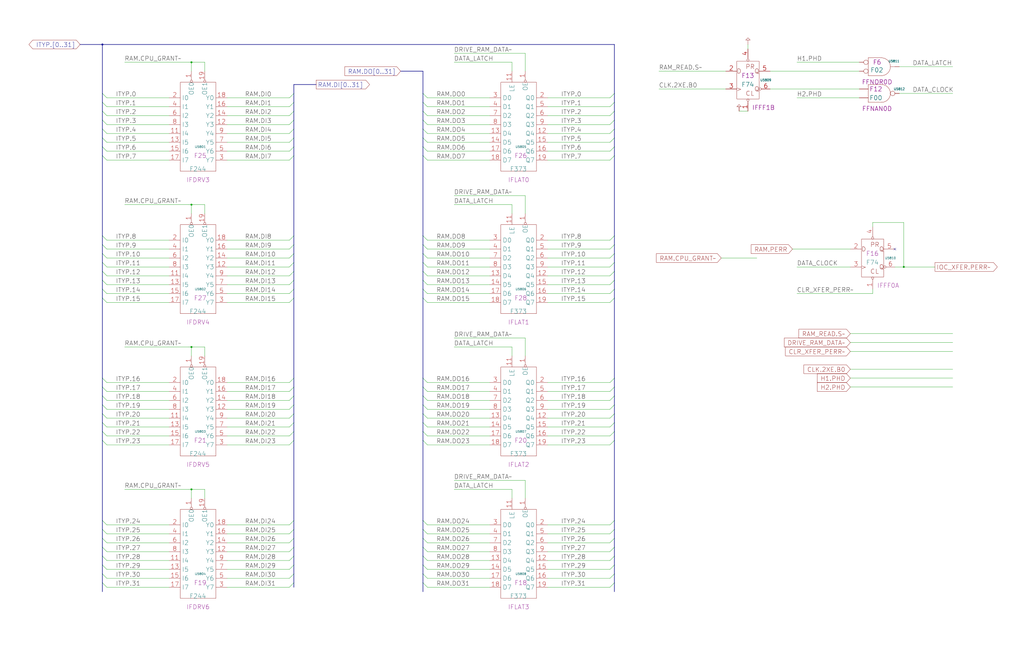
<source format=kicad_sch>
(kicad_sch (version 20250114) (generator "eeschema") (generator_version "9.0")
  (paper "User" 584.2 378.46)
  (title_block (title "RAM INTERFACE\\nDATA PATHS") (date "22-SEP-90") (rev "2.0") (comment 1 "IOC") (comment 2 "232-003061") (comment 3 "S400") (comment 4 "RELEASED"))
  (lib_symbols
    (symbol "r1000:F00" (pin_numbers (hide yes)) (pin_names (hide yes))
      (property "Reference" "U" (at 15.24 0 0))
      (property "Value" "F00" (at 1.905 -5.08 0))
      (property "Location" "___" (at 1.905 0 0))
      (property "Name" "______" (at 2.54 -12.7 0))
      (symbol "F00_0_1"
        (polyline (pts (xy -2.54 2.54) (xy -2.54 -7.62)) (stroke (width 0.1524)))
        (polyline (pts (xy -2.54 2.54) (xy 5.08 2.54)) (stroke (width 0.1524)))
        (polyline (pts (xy -2.54 -7.62) (xy 5.08 -7.62)) (stroke (width 0.1524)))
        (arc (start 5.08 2.54) (mid 10.1281 -2.54) (end 5.08 -7.62) (stroke (width 0.1524)))
        (circle (center 11.43 -2.54) (radius 1.27) (stroke (width 0.1524)))
      )
      (symbol "F00_0_2"
        (arc (start -3.175 2.54) (mid -2.134 -2.54) (end -3.175 -7.62) (stroke (width 0.1524)))
        (circle (center -3.81 0) (radius 1.27) (stroke (width 0.1524)))
        (circle (center -3.81 -5.08) (radius 1.27) (stroke (width 0.1524)))
        (polyline (pts (xy -3.175 2.54) (xy 3.81 2.54)) (stroke (width 0.1524)))
        (polyline (pts (xy -3.175 -7.62) (xy 3.81 -7.62)) (stroke (width 0.1524)))
        (arc (start 3.81 2.54) (mid 7.5828 0.7472) (end 10.16 -2.54) (stroke (width 0.1524)))
        (arc (start 10.16 -2.54) (mid 7.5855 -5.8306) (end 3.81 -7.62) (stroke (width 0.1524)))
      )
      (symbol "F00_1_1"
        (pin input line (at -7.62 0 0) (length 5.08) (name "D0") (number "1"))
        (pin input line (at -7.62 -5.08 0) (length 5.08) (name "D1") (number "2"))
        (pin output line (at 15.24 -2.54 180) (length 2.54) (name "Q") (number "3"))
      )
      (symbol "F00_1_2"
        (pin input line (at -7.62 0 0) (length 2.54) (name "D0") (number "1"))
        (pin input line (at -7.62 -5.08 0) (length 2.54) (name "D1") (number "2"))
        (pin output line (at 15.24 -2.54 180) (length 5.08) (name "Q") (number "3"))
      )
    )
    (symbol "r1000:F02" (pin_numbers (hide yes)) (pin_names (hide yes))
      (property "Reference" "U" (at 12.16 0.635 0))
      (property "Value" "F02" (at -1.27 -4.445 0))
      (property "Location" "___" (at 2.54 0 0))
      (property "Name" "______" (at 2.54 -12.7 0))
      (symbol "F02_0_1"
        (arc (start -3.81 2.54) (mid -2.9847 -2.54) (end -3.81 -7.62) (stroke (width 0.1524)))
        (polyline (pts (xy -5.08 0) (xy -3.175 0)) (stroke (width 0.1524)))
        (polyline (pts (xy -5.08 -5.08) (xy -3.175 -5.08)) (stroke (width 0.1524)))
        (polyline (pts (xy -3.81 2.54) (xy 2.54 2.54)) (stroke (width 0.1524)))
        (polyline (pts (xy -3.81 -7.62) (xy 2.54 -7.62)) (stroke (width 0.1524)))
        (arc (start 2.54 2.54) (mid 6.9477 0.8966) (end 10.16 -2.54) (stroke (width 0.1524)))
        (arc (start 10.16 -2.54) (mid 6.9515 -5.9823) (end 2.54 -7.62) (stroke (width 0.1524)))
        (circle (center 11.43 -2.54) (radius 1.27) (stroke (width 0.1524)))
        (polyline (pts (xy 13.97 -2.54) (xy 12.7 -2.54)) (stroke (width 0.1524)))
      )
      (symbol "F02_0_2"
        (circle (center -3.81 0) (radius 1.27) (stroke (width 0.1524)))
        (circle (center -3.81 -5.08) (radius 1.27) (stroke (width 0.1524)))
        (polyline (pts (xy -2.54 2.54) (xy -2.54 -7.62)) (stroke (width 0.1524)))
        (polyline (pts (xy -2.54 2.54) (xy 5.08 2.54)) (stroke (width 0.1524)))
        (polyline (pts (xy -2.54 -7.62) (xy 5.08 -7.62)) (stroke (width 0.1524)))
        (arc (start 5.08 2.54) (mid 10.1281 -2.54) (end 5.08 -7.62) (stroke (width 0.1524)))
        (polyline (pts (xy 11.43 -2.54) (xy 10.16 -2.54)) (stroke (width 0.1524)))
        (polyline (pts (xy 11.43 -2.54) (xy 12.7 -2.54)) (stroke (width 0.1524)))
      )
      (symbol "F02_1_1"
        (pin input line (at -7.62 0 0) (length 2.54) (name "D0") (number "1"))
        (pin input line (at -7.62 -5.08 0) (length 2.54) (name "D1") (number "2"))
        (pin output line (at 15.24 -2.54 180) (length 1.27) (name "Q") (number "3"))
      )
      (symbol "F02_1_2"
        (pin input line (at -7.62 0 0) (length 2.54) (name "D0") (number "1"))
        (pin input line (at -7.62 -5.08 0) (length 2.54) (name "D1") (number "2"))
        (pin output line (at 15.24 -2.54 180) (length 2.54) (name "Q") (number "3"))
      )
    )
    (symbol "r1000:F244" (pin_names (offset 1.016))
      (property "Reference" "U" (at 2.54 5.08 0))
      (property "Value" "F244" (at -3.81 -7.62 0))
      (property "Location" "___" (at -1.27 0 0))
      (property "Name" "______" (at 1.27 -15.24 0))
      (symbol "F244_1_1"
        (rectangle (start -8.89 41.91) (end 11.43 -8.89))
        (circle (center -2.54 42.545) (radius 0.635))
        (circle (center 5.08 42.545) (radius 0.635))
        (pin input line (at -15.24 33.02 0) (length 6.35) (name "I0") (number "2"))
        (pin input line (at -15.24 27.94 0) (length 6.35) (name "I1") (number "4"))
        (pin input line (at -15.24 22.86 0) (length 6.35) (name "I2") (number "6"))
        (pin input line (at -15.24 17.78 0) (length 6.35) (name "I3") (number "8"))
        (pin input line (at -15.24 12.7 0) (length 6.35) (name "I4") (number "11"))
        (pin input line (at -15.24 7.62 0) (length 6.35) (name "I5") (number "13"))
        (pin input line (at -15.24 2.54 0) (length 6.35) (name "I6") (number "15"))
        (pin input line (at -15.24 -2.54 0) (length 6.35) (name "I7") (number "17"))
        (pin input line (at -2.54 48.26 270) (length 5.08) (name "OE0") (number "1"))
        (pin input line (at 5.08 48.26 270) (length 5.08) (name "OE1") (number "19"))
        (pin tri_state line (at 17.78 33.02 180) (length 6.35) (name "Y0") (number "18"))
        (pin tri_state line (at 17.78 27.94 180) (length 6.35) (name "Y1") (number "16"))
        (pin tri_state line (at 17.78 22.86 180) (length 6.35) (name "Y2") (number "14"))
        (pin tri_state line (at 17.78 17.78 180) (length 6.35) (name "Y3") (number "12"))
        (pin tri_state line (at 17.78 12.7 180) (length 6.35) (name "Y4") (number "9"))
        (pin tri_state line (at 17.78 7.62 180) (length 6.35) (name "Y5") (number "7"))
        (pin tri_state line (at 17.78 2.54 180) (length 6.35) (name "Y6") (number "5"))
        (pin tri_state line (at 17.78 -2.54 180) (length 6.35) (name "Y7") (number "3"))
      )
    )
    (symbol "r1000:F373" (pin_names (offset 1.016))
      (property "Reference" "U" (at 2.54 5.08 0))
      (property "Value" "F373" (at -3.81 -7.62 0))
      (property "Location" "___" (at -1.27 0 0))
      (property "Name" "______" (at 1.27 -15.24 0))
      (symbol "F373_1_1"
        (rectangle (start -8.89 41.91) (end 11.43 -8.89))
        (circle (center 5.08 42.545) (radius 0.635))
        (pin input line (at -15.24 33.02 0) (length 6.35) (name "D0") (number "3"))
        (pin input line (at -15.24 27.94 0) (length 6.35) (name "D1") (number "4"))
        (pin input line (at -15.24 22.86 0) (length 6.35) (name "D2") (number "7"))
        (pin input line (at -15.24 17.78 0) (length 6.35) (name "D3") (number "8"))
        (pin input line (at -15.24 12.7 0) (length 6.35) (name "D4") (number "13"))
        (pin input line (at -15.24 7.62 0) (length 6.35) (name "D5") (number "14"))
        (pin input line (at -15.24 2.54 0) (length 6.35) (name "D6") (number "17"))
        (pin input line (at -15.24 -2.54 0) (length 6.35) (name "D7") (number "18"))
        (pin input line (at -2.54 48.26 270) (length 6.35) (name "LE") (number "11"))
        (pin input line (at 5.08 48.26 270) (length 5.08) (name "OE") (number "1"))
        (pin tri_state line (at 17.78 33.02 180) (length 6.35) (name "Q0") (number "2"))
        (pin tri_state line (at 17.78 27.94 180) (length 6.35) (name "Q1") (number "5"))
        (pin tri_state line (at 17.78 22.86 180) (length 6.35) (name "Q2") (number "6"))
        (pin tri_state line (at 17.78 17.78 180) (length 6.35) (name "Q3") (number "9"))
        (pin tri_state line (at 17.78 12.7 180) (length 6.35) (name "Q4") (number "12"))
        (pin tri_state line (at 17.78 7.62 180) (length 6.35) (name "Q5") (number "15"))
        (pin tri_state line (at 17.78 2.54 180) (length 6.35) (name "Q6") (number "16"))
        (pin tri_state line (at 17.78 -2.54 180) (length 6.35) (name "Q7") (number "19"))
      )
    )
    (symbol "r1000:F74" (pin_names (offset 1.016) (hide yes))
      (property "Reference" "U" (at 12.7 -2.54 0))
      (property "Value" "F74" (at -1.27 -5.08 0))
      (property "Location" "___" (at -1.27 0 0))
      (property "Name" "______" (at 11.43 -19.685 0))
      (symbol "F74_0_1"
        (rectangle (start -3.81 8.255) (end 8.89 -13.335) (stroke (width 0.1524)))
        (polyline (pts (xy 2.54 10.16) (xy 2.54 9.525)) (stroke (width 0.1524)))
        (polyline (pts (xy 2.54 -15.24) (xy 2.54 -14.605)) (stroke (width 0.1524)))
      )
      (symbol "F74_1_1"
        (circle (center 2.54 8.89) (radius 0.635))
        (circle (center 2.54 -13.97) (radius 0.635))
        (circle (center 9.525 -7.62) (radius 0.635))
        (text "D" (at -2.54 2.54 0) (effects (font (size 2.54 2.54))))
        (text ">" (at -2.54 -7.62 0) (effects (font (size 2.54 2.54))))
        (text "P" (at 2.54 5.08 0) (effects (font (size 2.54 2.54))))
        (text "C" (at 2.54 -10.16 0) (effects (font (size 2.54 2.54))))
        (text "R" (at 5.08 5.08 0) (effects (font (size 2.54 2.54))))
        (text "L" (at 5.08 -10.16 0) (effects (font (size 2.54 2.54))))
        (text "Q" (at 7.62 2.54 0) (effects (font (size 2.54 2.54))))
        (text "Q" (at 7.62 -7.62 0) (effects (font (size 2.54 2.54))))
        (pin input line (at -10.16 2.54 0) (length 6.35) (name "D") (number "2"))
        (pin input line (at -10.16 -7.62 0) (length 6.35) (name "CLK") (number "3"))
        (pin input line (at 2.54 15.24 270) (length 5.08) (name "PR_") (number "4"))
        (pin input line (at 2.54 -20.32 90) (length 5.08) (name "CL_") (number "1"))
        (pin output line (at 15.24 2.54 180) (length 6.35) (name "Q") (number "5"))
        (pin output line (at 15.24 -7.62 180) (length 5.08) (name "Q_") (number "6"))
      )
    )
    (symbol "r1000:PU" (power) (pin_numbers (hide yes)) (pin_names (hide yes))
      (symbol "PU_0_1"
        (polyline (pts (xy 0 2.54) (xy -1.27 2.54) (xy 0 3.81) (xy 1.27 2.54) (xy 0 2.54)) (stroke (width 0.1524)))
      )
      (symbol "PU_1_1"
        (pin power_in line (at 0 0 90) (length 2.54) (name "PU") (number "1"))
      )
    )
  )
  (junction (at 58.42 25.4))
  (junction (at 109.22 116.84))
  (junction (at 515.62 152.4))
  (junction (at 109.22 198.12))
  (junction (at 109.22 35.56))
  (junction (at 109.22 279.4))
  (no_connect (at 510.54 142.24))
  (bus_entry (at 241.3 226.06) (size 2.54 2.54))
  (bus_entry (at 58.42 231.14) (size 2.54 2.54))
  (bus_entry (at 350.52 154.94) (size -2.54 2.54))
  (bus_entry (at 167.64 78.74) (size -2.54 2.54))
  (bus_entry (at 350.52 220.98) (size -2.54 2.54))
  (bus_entry (at 167.64 327.66) (size -2.54 2.54))
  (bus_entry (at 58.42 139.7) (size 2.54 2.54))
  (bus_entry (at 241.3 139.7) (size 2.54 2.54))
  (bus_entry (at 58.42 322.58) (size 2.54 2.54))
  (bus_entry (at 241.3 154.94) (size 2.54 2.54))
  (bus_entry (at 350.52 58.42) (size -2.54 2.54))
  (bus_entry (at 241.3 332.74) (size 2.54 2.54))
  (bus_entry (at 350.52 68.58) (size -2.54 2.54))
  (bus_entry (at 241.3 83.82) (size 2.54 2.54))
  (bus_entry (at 350.52 160.02) (size -2.54 2.54))
  (bus_entry (at 58.42 307.34) (size 2.54 2.54))
  (bus_entry (at 241.3 312.42) (size 2.54 2.54))
  (bus_entry (at 167.64 154.94) (size -2.54 2.54))
  (bus_entry (at 241.3 246.38) (size 2.54 2.54))
  (bus_entry (at 350.52 139.7) (size -2.54 2.54))
  (bus_entry (at 167.64 322.58) (size -2.54 2.54))
  (bus_entry (at 241.3 78.74) (size 2.54 2.54))
  (bus_entry (at 58.42 226.06) (size 2.54 2.54))
  (bus_entry (at 350.52 83.82) (size -2.54 2.54))
  (bus_entry (at 241.3 165.1) (size 2.54 2.54))
  (bus_entry (at 167.64 139.7) (size -2.54 2.54))
  (bus_entry (at 58.42 246.38) (size 2.54 2.54))
  (bus_entry (at 350.52 73.66) (size -2.54 2.54))
  (bus_entry (at 58.42 58.42) (size 2.54 2.54))
  (bus_entry (at 350.52 327.66) (size -2.54 2.54))
  (bus_entry (at 241.3 144.78) (size 2.54 2.54))
  (bus_entry (at 350.52 302.26) (size -2.54 2.54))
  (bus_entry (at 241.3 327.66) (size 2.54 2.54))
  (bus_entry (at 58.42 154.94) (size 2.54 2.54))
  (bus_entry (at 350.52 170.18) (size -2.54 2.54))
  (bus_entry (at 350.52 226.06) (size -2.54 2.54))
  (bus_entry (at 167.64 312.42) (size -2.54 2.54))
  (bus_entry (at 167.64 149.86) (size -2.54 2.54))
  (bus_entry (at 58.42 160.02) (size 2.54 2.54))
  (bus_entry (at 241.3 53.34) (size 2.54 2.54))
  (bus_entry (at 350.52 215.9) (size -2.54 2.54))
  (bus_entry (at 58.42 215.9) (size 2.54 2.54))
  (bus_entry (at 350.52 297.18) (size -2.54 2.54))
  (bus_entry (at 350.52 322.58) (size -2.54 2.54))
  (bus_entry (at 58.42 83.82) (size 2.54 2.54))
  (bus_entry (at 167.64 88.9) (size -2.54 2.54))
  (bus_entry (at 167.64 231.14) (size -2.54 2.54))
  (bus_entry (at 241.3 317.5) (size 2.54 2.54))
  (bus_entry (at 58.42 302.26) (size 2.54 2.54))
  (bus_entry (at 167.64 241.3) (size -2.54 2.54))
  (bus_entry (at 241.3 251.46) (size 2.54 2.54))
  (bus_entry (at 350.52 236.22) (size -2.54 2.54))
  (bus_entry (at 350.52 165.1) (size -2.54 2.54))
  (bus_entry (at 167.64 220.98) (size -2.54 2.54))
  (bus_entry (at 350.52 317.5) (size -2.54 2.54))
  (bus_entry (at 241.3 297.18) (size 2.54 2.54))
  (bus_entry (at 167.64 317.5) (size -2.54 2.54))
  (bus_entry (at 58.42 53.34) (size 2.54 2.54))
  (bus_entry (at 241.3 220.98) (size 2.54 2.54))
  (bus_entry (at 241.3 149.86) (size 2.54 2.54))
  (bus_entry (at 58.42 220.98) (size 2.54 2.54))
  (bus_entry (at 167.64 246.38) (size -2.54 2.54))
  (bus_entry (at 350.52 78.74) (size -2.54 2.54))
  (bus_entry (at 167.64 251.46) (size -2.54 2.54))
  (bus_entry (at 350.52 312.42) (size -2.54 2.54))
  (bus_entry (at 167.64 73.66) (size -2.54 2.54))
  (bus_entry (at 167.64 165.1) (size -2.54 2.54))
  (bus_entry (at 58.42 312.42) (size 2.54 2.54))
  (bus_entry (at 241.3 241.3) (size 2.54 2.54))
  (bus_entry (at 350.52 88.9) (size -2.54 2.54))
  (bus_entry (at 241.3 236.22) (size 2.54 2.54))
  (bus_entry (at 58.42 165.1) (size 2.54 2.54))
  (bus_entry (at 241.3 68.58) (size 2.54 2.54))
  (bus_entry (at 241.3 215.9) (size 2.54 2.54))
  (bus_entry (at 58.42 236.22) (size 2.54 2.54))
  (bus_entry (at 167.64 53.34) (size -2.54 2.54))
  (bus_entry (at 167.64 307.34) (size -2.54 2.54))
  (bus_entry (at 350.52 144.78) (size -2.54 2.54))
  (bus_entry (at 167.64 68.58) (size -2.54 2.54))
  (bus_entry (at 350.52 63.5) (size -2.54 2.54))
  (bus_entry (at 241.3 88.9) (size 2.54 2.54))
  (bus_entry (at 241.3 302.26) (size 2.54 2.54))
  (bus_entry (at 58.42 144.78) (size 2.54 2.54))
  (bus_entry (at 167.64 236.22) (size -2.54 2.54))
  (bus_entry (at 350.52 241.3) (size -2.54 2.54))
  (bus_entry (at 350.52 307.34) (size -2.54 2.54))
  (bus_entry (at 241.3 231.14) (size 2.54 2.54))
  (bus_entry (at 58.42 297.18) (size 2.54 2.54))
  (bus_entry (at 350.52 251.46) (size -2.54 2.54))
  (bus_entry (at 241.3 73.66) (size 2.54 2.54))
  (bus_entry (at 58.42 251.46) (size 2.54 2.54))
  (bus_entry (at 58.42 78.74) (size 2.54 2.54))
  (bus_entry (at 350.52 149.86) (size -2.54 2.54))
  (bus_entry (at 58.42 149.86) (size 2.54 2.54))
  (bus_entry (at 350.52 332.74) (size -2.54 2.54))
  (bus_entry (at 241.3 63.5) (size 2.54 2.54))
  (bus_entry (at 167.64 160.02) (size -2.54 2.54))
  (bus_entry (at 167.64 63.5) (size -2.54 2.54))
  (bus_entry (at 58.42 241.3) (size 2.54 2.54))
  (bus_entry (at 241.3 307.34) (size 2.54 2.54))
  (bus_entry (at 167.64 226.06) (size -2.54 2.54))
  (bus_entry (at 241.3 322.58) (size 2.54 2.54))
  (bus_entry (at 350.52 231.14) (size -2.54 2.54))
  (bus_entry (at 167.64 83.82) (size -2.54 2.54))
  (bus_entry (at 58.42 73.66) (size 2.54 2.54))
  (bus_entry (at 167.64 58.42) (size -2.54 2.54))
  (bus_entry (at 58.42 88.9) (size 2.54 2.54))
  (bus_entry (at 167.64 297.18) (size -2.54 2.54))
  (bus_entry (at 58.42 63.5) (size 2.54 2.54))
  (bus_entry (at 58.42 170.18) (size 2.54 2.54))
  (bus_entry (at 58.42 134.62) (size 2.54 2.54))
  (bus_entry (at 167.64 170.18) (size -2.54 2.54))
  (bus_entry (at 167.64 144.78) (size -2.54 2.54))
  (bus_entry (at 350.52 134.62) (size -2.54 2.54))
  (bus_entry (at 241.3 58.42) (size 2.54 2.54))
  (bus_entry (at 167.64 134.62) (size -2.54 2.54))
  (bus_entry (at 241.3 160.02) (size 2.54 2.54))
  (bus_entry (at 241.3 134.62) (size 2.54 2.54))
  (bus_entry (at 241.3 170.18) (size 2.54 2.54))
  (bus_entry (at 167.64 215.9) (size -2.54 2.54))
  (bus_entry (at 350.52 246.38) (size -2.54 2.54))
  (bus_entry (at 58.42 317.5) (size 2.54 2.54))
  (bus_entry (at 350.52 53.34) (size -2.54 2.54))
  (bus_entry (at 58.42 332.74) (size 2.54 2.54))
  (bus_entry (at 167.64 302.26) (size -2.54 2.54))
  (bus_entry (at 167.64 332.74) (size -2.54 2.54))
  (bus_entry (at 58.42 327.66) (size 2.54 2.54))
  (bus_entry (at 58.42 68.58) (size 2.54 2.54))
  (wire (pts (xy 312.42 66.04) (xy 347.98 66.04)))
  (wire (pts (xy 259.08 111.76) (xy 299.72 111.76)))
  (wire (pts (xy 312.42 228.6) (xy 347.98 228.6)))
  (wire (pts (xy 312.42 172.72) (xy 347.98 172.72)))
  (bus (pts (xy 167.64 134.62) (xy 167.64 139.7)))
  (bus (pts (xy 167.64 73.66) (xy 167.64 78.74)))
  (wire (pts (xy 259.08 274.32) (xy 299.72 274.32)))
  (wire (pts (xy 60.96 60.96) (xy 96.52 60.96)))
  (wire (pts (xy 109.22 198.12) (xy 109.22 203.2)))
  (wire (pts (xy 129.54 218.44) (xy 165.1 218.44)))
  (wire (pts (xy 243.84 152.4) (xy 279.4 152.4)))
  (wire (pts (xy 243.84 81.28) (xy 279.4 81.28)))
  (wire (pts (xy 60.96 162.56) (xy 96.52 162.56)))
  (wire (pts (xy 312.42 137.16) (xy 347.98 137.16)))
  (bus (pts (xy 167.64 302.26) (xy 167.64 307.34)))
  (wire (pts (xy 243.84 248.92) (xy 279.4 248.92)))
  (bus (pts (xy 167.64 154.94) (xy 167.64 160.02)))
  (bus (pts (xy 58.42 170.18) (xy 58.42 215.9)))
  (bus (pts (xy 241.3 220.98) (xy 241.3 226.06)))
  (bus (pts (xy 241.3 40.64) (xy 241.3 53.34)))
  (wire (pts (xy 312.42 71.12) (xy 347.98 71.12)))
  (bus (pts (xy 167.64 63.5) (xy 167.64 68.58)))
  (bus (pts (xy 350.52 165.1) (xy 350.52 170.18)))
  (wire (pts (xy 71.12 116.84) (xy 109.22 116.84)))
  (wire (pts (xy 259.08 279.4) (xy 292.1 279.4)))
  (wire (pts (xy 129.54 330.2) (xy 165.1 330.2)))
  (bus (pts (xy 241.3 144.78) (xy 241.3 149.86)))
  (wire (pts (xy 439.42 50.8) (xy 490.22 50.8)))
  (wire (pts (xy 129.54 157.48) (xy 165.1 157.48)))
  (bus (pts (xy 167.64 332.74) (xy 167.64 335.28)))
  (bus (pts (xy 167.64 215.9) (xy 167.64 220.98)))
  (wire (pts (xy 116.84 40.64) (xy 116.84 35.56)))
  (wire (pts (xy 129.54 81.28) (xy 165.1 81.28)))
  (bus (pts (xy 58.42 160.02) (xy 58.42 165.1)))
  (bus (pts (xy 350.52 332.74) (xy 350.52 337.82)))
  (bus (pts (xy 350.52 251.46) (xy 350.52 297.18)))
  (bus (pts (xy 167.64 297.18) (xy 167.64 302.26)))
  (wire (pts (xy 60.96 248.92) (xy 96.52 248.92)))
  (wire (pts (xy 60.96 254) (xy 96.52 254)))
  (bus (pts (xy 241.3 312.42) (xy 241.3 317.5)))
  (wire (pts (xy 497.84 127) (xy 515.62 127)))
  (wire (pts (xy 312.42 314.96) (xy 347.98 314.96)))
  (bus (pts (xy 350.52 63.5) (xy 350.52 68.58)))
  (bus (pts (xy 350.52 226.06) (xy 350.52 231.14)))
  (wire (pts (xy 129.54 137.16) (xy 165.1 137.16)))
  (wire (pts (xy 312.42 162.56) (xy 347.98 162.56)))
  (bus (pts (xy 350.52 68.58) (xy 350.52 73.66)))
  (wire (pts (xy 243.84 60.96) (xy 279.4 60.96)))
  (wire (pts (xy 243.84 228.6) (xy 279.4 228.6)))
  (bus (pts (xy 58.42 251.46) (xy 58.42 297.18)))
  (wire (pts (xy 129.54 142.24) (xy 165.1 142.24)))
  (wire (pts (xy 109.22 279.4) (xy 116.84 279.4)))
  (bus (pts (xy 58.42 241.3) (xy 58.42 246.38)))
  (bus (pts (xy 350.52 134.62) (xy 350.52 139.7)))
  (bus (pts (xy 241.3 251.46) (xy 241.3 297.18)))
  (wire (pts (xy 243.84 320.04) (xy 279.4 320.04)))
  (bus (pts (xy 350.52 317.5) (xy 350.52 322.58)))
  (bus (pts (xy 241.3 68.58) (xy 241.3 73.66)))
  (bus (pts (xy 167.64 251.46) (xy 167.64 297.18)))
  (bus (pts (xy 241.3 226.06) (xy 241.3 231.14)))
  (bus (pts (xy 167.64 246.38) (xy 167.64 251.46)))
  (bus (pts (xy 58.42 154.94) (xy 58.42 160.02)))
  (wire (pts (xy 312.42 157.48) (xy 347.98 157.48)))
  (bus (pts (xy 350.52 241.3) (xy 350.52 246.38)))
  (wire (pts (xy 312.42 60.96) (xy 347.98 60.96)))
  (bus (pts (xy 241.3 297.18) (xy 241.3 302.26)))
  (wire (pts (xy 312.42 147.32) (xy 347.98 147.32)))
  (wire (pts (xy 452.12 142.24) (xy 485.14 142.24)))
  (wire (pts (xy 60.96 243.84) (xy 96.52 243.84)))
  (wire (pts (xy 116.84 121.92) (xy 116.84 116.84)))
  (wire (pts (xy 60.96 172.72) (xy 96.52 172.72)))
  (bus (pts (xy 167.64 307.34) (xy 167.64 312.42)))
  (wire (pts (xy 60.96 167.64) (xy 96.52 167.64)))
  (bus (pts (xy 58.42 83.82) (xy 58.42 88.9)))
  (bus (pts (xy 241.3 149.86) (xy 241.3 154.94)))
  (bus (pts (xy 58.42 246.38) (xy 58.42 251.46)))
  (wire (pts (xy 454.66 55.88) (xy 490.22 55.88)))
  (bus (pts (xy 58.42 297.18) (xy 58.42 302.26)))
  (bus (pts (xy 58.42 144.78) (xy 58.42 149.86)))
  (bus (pts (xy 167.64 48.26) (xy 180.34 48.26)))
  (bus (pts (xy 241.3 83.82) (xy 241.3 88.9)))
  (bus (pts (xy 350.52 149.86) (xy 350.52 154.94)))
  (bus (pts (xy 58.42 226.06) (xy 58.42 231.14)))
  (wire (pts (xy 129.54 228.6) (xy 165.1 228.6)))
  (wire (pts (xy 497.84 165.1) (xy 497.84 167.64)))
  (bus (pts (xy 350.52 215.9) (xy 350.52 220.98)))
  (bus (pts (xy 241.3 170.18) (xy 241.3 215.9)))
  (bus (pts (xy 167.64 83.82) (xy 167.64 88.9)))
  (wire (pts (xy 60.96 238.76) (xy 96.52 238.76)))
  (wire (pts (xy 485.14 220.98) (xy 543.56 220.98)))
  (wire (pts (xy 243.84 157.48) (xy 279.4 157.48)))
  (wire (pts (xy 312.42 335.28) (xy 347.98 335.28)))
  (wire (pts (xy 60.96 325.12) (xy 96.52 325.12)))
  (wire (pts (xy 60.96 137.16) (xy 96.52 137.16)))
  (bus (pts (xy 241.3 231.14) (xy 241.3 236.22)))
  (wire (pts (xy 243.84 66.04) (xy 279.4 66.04)))
  (bus (pts (xy 350.52 83.82) (xy 350.52 88.9)))
  (wire (pts (xy 485.14 210.82) (xy 543.56 210.82)))
  (wire (pts (xy 129.54 325.12) (xy 165.1 325.12)))
  (bus (pts (xy 167.64 226.06) (xy 167.64 231.14)))
  (wire (pts (xy 129.54 320.04) (xy 165.1 320.04)))
  (wire (pts (xy 129.54 66.04) (xy 165.1 66.04)))
  (bus (pts (xy 350.52 160.02) (xy 350.52 165.1)))
  (bus (pts (xy 350.52 144.78) (xy 350.52 149.86)))
  (wire (pts (xy 129.54 172.72) (xy 165.1 172.72)))
  (wire (pts (xy 109.22 35.56) (xy 109.22 40.64)))
  (bus (pts (xy 167.64 88.9) (xy 167.64 134.62)))
  (wire (pts (xy 243.84 243.84) (xy 279.4 243.84)))
  (bus (pts (xy 241.3 63.5) (xy 241.3 68.58)))
  (bus (pts (xy 58.42 327.66) (xy 58.42 332.74)))
  (wire (pts (xy 312.42 91.44) (xy 347.98 91.44)))
  (wire (pts (xy 243.84 223.52) (xy 279.4 223.52)))
  (bus (pts (xy 241.3 322.58) (xy 241.3 327.66)))
  (bus (pts (xy 350.52 231.14) (xy 350.52 236.22)))
  (wire (pts (xy 259.08 30.48) (xy 299.72 30.48)))
  (wire (pts (xy 375.92 50.8) (xy 414.02 50.8)))
  (wire (pts (xy 312.42 309.88) (xy 347.98 309.88)))
  (bus (pts (xy 350.52 322.58) (xy 350.52 327.66)))
  (wire (pts (xy 243.84 71.12) (xy 279.4 71.12)))
  (bus (pts (xy 167.64 53.34) (xy 167.64 58.42)))
  (wire (pts (xy 116.84 203.2) (xy 116.84 198.12)))
  (wire (pts (xy 299.72 40.64) (xy 299.72 30.48)))
  (bus (pts (xy 167.64 139.7) (xy 167.64 144.78)))
  (wire (pts (xy 129.54 304.8) (xy 165.1 304.8)))
  (bus (pts (xy 58.42 25.4) (xy 58.42 53.34)))
  (wire (pts (xy 375.92 40.64) (xy 414.02 40.64)))
  (bus (pts (xy 167.64 68.58) (xy 167.64 73.66)))
  (wire (pts (xy 129.54 86.36) (xy 165.1 86.36)))
  (bus (pts (xy 350.52 236.22) (xy 350.52 241.3)))
  (wire (pts (xy 259.08 116.84) (xy 292.1 116.84)))
  (bus (pts (xy 58.42 58.42) (xy 58.42 63.5)))
  (wire (pts (xy 312.42 81.28) (xy 347.98 81.28)))
  (bus (pts (xy 58.42 139.7) (xy 58.42 144.78)))
  (wire (pts (xy 312.42 76.2) (xy 347.98 76.2)))
  (wire (pts (xy 129.54 335.28) (xy 165.1 335.28)))
  (wire (pts (xy 71.12 35.56) (xy 109.22 35.56)))
  (wire (pts (xy 312.42 320.04) (xy 347.98 320.04)))
  (wire (pts (xy 299.72 121.92) (xy 299.72 111.76)))
  (bus (pts (xy 58.42 307.34) (xy 58.42 312.42)))
  (bus (pts (xy 167.64 317.5) (xy 167.64 322.58)))
  (bus (pts (xy 350.52 88.9) (xy 350.52 134.62)))
  (bus (pts (xy 167.64 170.18) (xy 167.64 215.9)))
  (wire (pts (xy 129.54 233.68) (xy 165.1 233.68)))
  (bus (pts (xy 241.3 73.66) (xy 241.3 78.74)))
  (wire (pts (xy 129.54 243.84) (xy 165.1 243.84)))
  (wire (pts (xy 513.08 38.1) (xy 543.56 38.1)))
  (bus (pts (xy 167.64 144.78) (xy 167.64 149.86)))
  (wire (pts (xy 312.42 218.44) (xy 347.98 218.44)))
  (wire (pts (xy 243.84 325.12) (xy 279.4 325.12)))
  (bus (pts (xy 167.64 165.1) (xy 167.64 170.18)))
  (wire (pts (xy 243.84 254) (xy 279.4 254)))
  (bus (pts (xy 350.52 220.98) (xy 350.52 226.06)))
  (wire (pts (xy 454.66 152.4) (xy 485.14 152.4)))
  (wire (pts (xy 129.54 314.96) (xy 165.1 314.96)))
  (bus (pts (xy 350.52 25.4) (xy 58.42 25.4)))
  (bus (pts (xy 58.42 220.98) (xy 58.42 226.06)))
  (wire (pts (xy 129.54 309.88) (xy 165.1 309.88)))
  (wire (pts (xy 129.54 76.2) (xy 165.1 76.2)))
  (bus (pts (xy 167.64 241.3) (xy 167.64 246.38)))
  (wire (pts (xy 312.42 142.24) (xy 347.98 142.24)))
  (wire (pts (xy 292.1 203.2) (xy 292.1 198.12)))
  (bus (pts (xy 241.3 332.74) (xy 241.3 337.82)))
  (bus (pts (xy 167.64 236.22) (xy 167.64 241.3)))
  (wire (pts (xy 243.84 218.44) (xy 279.4 218.44)))
  (wire (pts (xy 60.96 91.44) (xy 96.52 91.44)))
  (wire (pts (xy 259.08 35.56) (xy 292.1 35.56)))
  (wire (pts (xy 243.84 238.76) (xy 279.4 238.76)))
  (wire (pts (xy 60.96 86.36) (xy 96.52 86.36)))
  (wire (pts (xy 454.66 167.64) (xy 497.84 167.64)))
  (wire (pts (xy 129.54 223.52) (xy 165.1 223.52)))
  (bus (pts (xy 167.64 160.02) (xy 167.64 165.1)))
  (bus (pts (xy 350.52 73.66) (xy 350.52 78.74)))
  (wire (pts (xy 71.12 198.12) (xy 109.22 198.12)))
  (bus (pts (xy 241.3 307.34) (xy 241.3 312.42)))
  (wire (pts (xy 515.62 127) (xy 515.62 152.4)))
  (wire (pts (xy 129.54 299.72) (xy 165.1 299.72)))
  (wire (pts (xy 60.96 66.04) (xy 96.52 66.04)))
  (bus (pts (xy 350.52 170.18) (xy 350.52 215.9)))
  (bus (pts (xy 241.3 160.02) (xy 241.3 165.1)))
  (wire (pts (xy 60.96 233.68) (xy 96.52 233.68)))
  (wire (pts (xy 292.1 40.64) (xy 292.1 35.56)))
  (wire (pts (xy 513.08 53.34) (xy 543.56 53.34)))
  (wire (pts (xy 129.54 91.44) (xy 165.1 91.44)))
  (wire (pts (xy 243.84 86.36) (xy 279.4 86.36)))
  (wire (pts (xy 485.14 200.66) (xy 543.56 200.66)))
  (wire (pts (xy 109.22 35.56) (xy 116.84 35.56)))
  (wire (pts (xy 109.22 116.84) (xy 116.84 116.84)))
  (bus (pts (xy 58.42 322.58) (xy 58.42 327.66)))
  (bus (pts (xy 241.3 78.74) (xy 241.3 83.82)))
  (bus (pts (xy 350.52 307.34) (xy 350.52 312.42)))
  (bus (pts (xy 241.3 165.1) (xy 241.3 170.18)))
  (wire (pts (xy 515.62 152.4) (xy 533.4 152.4)))
  (bus (pts (xy 350.52 25.4) (xy 350.52 53.34)))
  (wire (pts (xy 60.96 142.24) (xy 96.52 142.24)))
  (wire (pts (xy 109.22 198.12) (xy 116.84 198.12)))
  (wire (pts (xy 60.96 76.2) (xy 96.52 76.2)))
  (wire (pts (xy 243.84 233.68) (xy 279.4 233.68)))
  (wire (pts (xy 497.84 129.54) (xy 497.84 127)))
  (wire (pts (xy 312.42 167.64) (xy 347.98 167.64)))
  (bus (pts (xy 58.42 88.9) (xy 58.42 134.62)))
  (wire (pts (xy 243.84 55.88) (xy 279.4 55.88)))
  (wire (pts (xy 485.14 195.58) (xy 543.56 195.58)))
  (wire (pts (xy 312.42 325.12) (xy 347.98 325.12)))
  (wire (pts (xy 116.84 284.48) (xy 116.84 279.4)))
  (wire (pts (xy 312.42 254) (xy 347.98 254)))
  (bus (pts (xy 241.3 154.94) (xy 241.3 160.02)))
  (wire (pts (xy 243.84 167.64) (xy 279.4 167.64)))
  (wire (pts (xy 312.42 299.72) (xy 347.98 299.72)))
  (wire (pts (xy 312.42 248.92) (xy 347.98 248.92)))
  (bus (pts (xy 350.52 154.94) (xy 350.52 160.02)))
  (wire (pts (xy 411.48 147.32) (xy 431.8 147.32)))
  (wire (pts (xy 312.42 243.84) (xy 347.98 243.84)))
  (wire (pts (xy 60.96 228.6) (xy 96.52 228.6)))
  (wire (pts (xy 60.96 314.96) (xy 96.52 314.96)))
  (wire (pts (xy 71.12 279.4) (xy 109.22 279.4)))
  (bus (pts (xy 241.3 241.3) (xy 241.3 246.38)))
  (wire (pts (xy 60.96 223.52) (xy 96.52 223.52)))
  (bus (pts (xy 167.64 231.14) (xy 167.64 236.22)))
  (wire (pts (xy 312.42 55.88) (xy 347.98 55.88)))
  (wire (pts (xy 299.72 203.2) (xy 299.72 193.04)))
  (wire (pts (xy 60.96 320.04) (xy 96.52 320.04)))
  (bus (pts (xy 167.64 78.74) (xy 167.64 83.82)))
  (wire (pts (xy 60.96 335.28) (xy 96.52 335.28)))
  (bus (pts (xy 241.3 236.22) (xy 241.3 241.3)))
  (bus (pts (xy 167.64 312.42) (xy 167.64 317.5)))
  (wire (pts (xy 454.66 35.56) (xy 490.22 35.56)))
  (wire (pts (xy 243.84 299.72) (xy 279.4 299.72)))
  (wire (pts (xy 60.96 304.8) (xy 96.52 304.8)))
  (wire (pts (xy 243.84 76.2) (xy 279.4 76.2)))
  (wire (pts (xy 299.72 284.48) (xy 299.72 274.32)))
  (bus (pts (xy 58.42 73.66) (xy 58.42 78.74)))
  (wire (pts (xy 129.54 152.4) (xy 165.1 152.4)))
  (bus (pts (xy 58.42 165.1) (xy 58.42 170.18)))
  (bus (pts (xy 241.3 88.9) (xy 241.3 134.62)))
  (bus (pts (xy 350.52 53.34) (xy 350.52 58.42)))
  (wire (pts (xy 243.84 162.56) (xy 279.4 162.56)))
  (bus (pts (xy 58.42 149.86) (xy 58.42 154.94)))
  (wire (pts (xy 312.42 330.2) (xy 347.98 330.2)))
  (wire (pts (xy 312.42 86.36) (xy 347.98 86.36)))
  (bus (pts (xy 241.3 134.62) (xy 241.3 139.7)))
  (wire (pts (xy 243.84 147.32) (xy 279.4 147.32)))
  (bus (pts (xy 241.3 327.66) (xy 241.3 332.74)))
  (bus (pts (xy 58.42 236.22) (xy 58.42 241.3)))
  (bus (pts (xy 58.42 63.5) (xy 58.42 68.58)))
  (bus (pts (xy 350.52 246.38) (xy 350.52 251.46)))
  (bus (pts (xy 241.3 139.7) (xy 241.3 144.78)))
  (wire (pts (xy 259.08 193.04) (xy 299.72 193.04)))
  (bus (pts (xy 58.42 53.34) (xy 58.42 58.42)))
  (wire (pts (xy 259.08 198.12) (xy 292.1 198.12)))
  (bus (pts (xy 350.52 139.7) (xy 350.52 144.78)))
  (wire (pts (xy 292.1 284.48) (xy 292.1 279.4)))
  (wire (pts (xy 243.84 137.16) (xy 279.4 137.16)))
  (wire (pts (xy 60.96 330.2) (xy 96.52 330.2)))
  (wire (pts (xy 485.14 190.5) (xy 543.56 190.5)))
  (bus (pts (xy 167.64 48.26) (xy 167.64 53.34)))
  (wire (pts (xy 60.96 147.32) (xy 96.52 147.32)))
  (wire (pts (xy 312.42 152.4) (xy 347.98 152.4)))
  (wire (pts (xy 243.84 304.8) (xy 279.4 304.8)))
  (wire (pts (xy 243.84 314.96) (xy 279.4 314.96)))
  (bus (pts (xy 167.64 322.58) (xy 167.64 327.66)))
  (wire (pts (xy 129.54 248.92) (xy 165.1 248.92)))
  (wire (pts (xy 243.84 172.72) (xy 279.4 172.72)))
  (bus (pts (xy 58.42 317.5) (xy 58.42 322.58)))
  (bus (pts (xy 350.52 327.66) (xy 350.52 332.74)))
  (bus (pts (xy 241.3 40.64) (xy 228.6 40.64)))
  (wire (pts (xy 60.96 55.88) (xy 96.52 55.88)))
  (wire (pts (xy 129.54 71.12) (xy 165.1 71.12)))
  (wire (pts (xy 243.84 91.44) (xy 279.4 91.44)))
  (wire (pts (xy 292.1 121.92) (xy 292.1 116.84)))
  (wire (pts (xy 312.42 223.52) (xy 347.98 223.52)))
  (wire (pts (xy 60.96 157.48) (xy 96.52 157.48)))
  (bus (pts (xy 241.3 317.5) (xy 241.3 322.58)))
  (wire (pts (xy 109.22 116.84) (xy 109.22 121.92)))
  (bus (pts (xy 241.3 246.38) (xy 241.3 251.46)))
  (bus (pts (xy 350.52 58.42) (xy 350.52 63.5)))
  (wire (pts (xy 60.96 218.44) (xy 96.52 218.44)))
  (bus (pts (xy 241.3 58.42) (xy 241.3 63.5)))
  (bus (pts (xy 45.72 25.4) (xy 58.42 25.4)))
  (bus (pts (xy 350.52 312.42) (xy 350.52 317.5)))
  (wire (pts (xy 60.96 81.28) (xy 96.52 81.28)))
  (wire (pts (xy 243.84 142.24) (xy 279.4 142.24)))
  (wire (pts (xy 129.54 167.64) (xy 165.1 167.64)))
  (wire (pts (xy 312.42 238.76) (xy 347.98 238.76)))
  (wire (pts (xy 129.54 162.56) (xy 165.1 162.56)))
  (wire (pts (xy 129.54 254) (xy 165.1 254)))
  (wire (pts (xy 60.96 309.88) (xy 96.52 309.88)))
  (bus (pts (xy 350.52 302.26) (xy 350.52 307.34)))
  (bus (pts (xy 58.42 215.9) (xy 58.42 220.98)))
  (wire (pts (xy 421.64 63.5) (xy 426.72 63.5)))
  (wire (pts (xy 60.96 71.12) (xy 96.52 71.12)))
  (bus (pts (xy 58.42 78.74) (xy 58.42 83.82)))
  (wire (pts (xy 129.54 60.96) (xy 165.1 60.96)))
  (bus (pts (xy 58.42 312.42) (xy 58.42 317.5)))
  (wire (pts (xy 510.54 152.4) (xy 515.62 152.4)))
  (bus (pts (xy 241.3 215.9) (xy 241.3 220.98)))
  (wire (pts (xy 485.14 215.9) (xy 543.56 215.9)))
  (wire (pts (xy 60.96 152.4) (xy 96.52 152.4)))
  (bus (pts (xy 350.52 78.74) (xy 350.52 83.82)))
  (wire (pts (xy 312.42 304.8) (xy 347.98 304.8)))
  (bus (pts (xy 167.64 58.42) (xy 167.64 63.5)))
  (bus (pts (xy 167.64 149.86) (xy 167.64 154.94)))
  (bus (pts (xy 167.64 220.98) (xy 167.64 226.06)))
  (bus (pts (xy 241.3 53.34) (xy 241.3 58.42)))
  (wire (pts (xy 129.54 55.88) (xy 165.1 55.88)))
  (wire (pts (xy 439.42 40.64) (xy 490.22 40.64)))
  (bus (pts (xy 58.42 332.74) (xy 58.42 337.82)))
  (wire (pts (xy 129.54 147.32) (xy 165.1 147.32)))
  (bus (pts (xy 350.52 297.18) (xy 350.52 302.26)))
  (wire (pts (xy 243.84 309.88) (xy 279.4 309.88)))
  (wire (pts (xy 243.84 330.2) (xy 279.4 330.2)))
  (bus (pts (xy 58.42 302.26) (xy 58.42 307.34)))
  (bus (pts (xy 58.42 134.62) (xy 58.42 139.7)))
  (bus (pts (xy 58.42 231.14) (xy 58.42 236.22)))
  (wire (pts (xy 312.42 233.68) (xy 347.98 233.68)))
  (bus (pts (xy 167.64 327.66) (xy 167.64 332.74)))
  (wire (pts (xy 243.84 335.28) (xy 279.4 335.28)))
  (wire (pts (xy 426.72 25.4) (xy 426.72 27.94)))
  (bus (pts (xy 241.3 302.26) (xy 241.3 307.34)))
  (bus (pts (xy 58.42 68.58) (xy 58.42 73.66)))
  (wire (pts (xy 60.96 299.72) (xy 96.52 299.72)))
  (wire (pts (xy 109.22 279.4) (xy 109.22 284.48)))
  (wire (pts (xy 129.54 238.76) (xy 165.1 238.76)))
  (label "RAM.DO29" (at 248.92 325.12 0) (effects (font (size 2.54 2.54))))
  (label "DATA_LATCH" (at 259.08 198.12 0) (effects (font (size 2.54 2.54))))
  (label "ITYP.1" (at 66.04 60.96 0) (effects (font (size 2.54 2.54))))
  (label "RAM.DO10" (at 248.92 147.32 0) (effects (font (size 2.54 2.54))))
  (label "ITYP.7" (at 66.04 91.44 0) (effects (font (size 2.54 2.54))))
  (label "ITYP.12" (at 320.04 157.48 0) (effects (font (size 2.54 2.54))))
  (label "RAM.DI26" (at 139.7 309.88 0) (effects (font (size 2.54 2.54))))
  (label "ITYP.10" (at 66.04 147.32 0) (effects (font (size 2.54 2.54))))
  (label "ITYP.16" (at 320.04 218.44 0) (effects (font (size 2.54 2.54))))
  (label "DRIVE_RAM_DATA~" (at 259.08 111.76 0) (effects (font (size 2.54 2.54))))
  (label "ITYP.24" (at 66.04 299.72 0) (effects (font (size 2.54 2.54))))
  (label "ITYP.30" (at 320.04 330.2 0) (effects (font (size 2.54 2.54))))
  (label "ITYP.26" (at 320.04 309.88 0) (effects (font (size 2.54 2.54))))
  (label "RAM.DO8" (at 248.92 137.16 0) (effects (font (size 2.54 2.54))))
  (label "ITYP.27" (at 66.04 314.96 0) (effects (font (size 2.54 2.54))))
  (label "RAM.DI22" (at 139.7 248.92 0) (effects (font (size 2.54 2.54))))
  (label "RAM.DO0" (at 248.92 55.88 0) (effects (font (size 2.54 2.54))))
  (label "RAM.DI19" (at 139.7 233.68 0) (effects (font (size 2.54 2.54))))
  (label "RAM.DO19" (at 248.92 233.68 0) (effects (font (size 2.54 2.54))))
  (label "RAM.DI30" (at 139.7 330.2 0) (effects (font (size 2.54 2.54))))
  (label "ITYP.12" (at 66.04 157.48 0) (effects (font (size 2.54 2.54))))
  (label "ITYP.1" (at 320.04 60.96 0) (effects (font (size 2.54 2.54))))
  (label "DATA_LATCH" (at 520.7 38.1 0) (effects (font (size 2.54 2.54))))
  (label "RAM.DI0" (at 139.7 55.88 0) (effects (font (size 2.54 2.54))))
  (label "RAM.DI28" (at 139.7 320.04 0) (effects (font (size 2.54 2.54))))
  (label "RAM.CPU_GRANT~" (at 71.12 198.12 0) (effects (font (size 2.54 2.54))))
  (label "CLR_XFER_PERR~" (at 454.66 167.64 0) (effects (font (size 2.54 2.54))))
  (label "DATA_LATCH" (at 259.08 279.4 0) (effects (font (size 2.54 2.54))))
  (label "DATA_LATCH" (at 259.08 35.56 0) (effects (font (size 2.54 2.54))))
  (label "RAM.DI20" (at 139.7 238.76 0) (effects (font (size 2.54 2.54))))
  (label "ITYP.20" (at 66.04 238.76 0) (effects (font (size 2.54 2.54))))
  (label "H1.PHD" (at 454.66 35.56 0) (effects (font (size 2.54 2.54))))
  (label "RAM.DO18" (at 248.92 228.6 0) (effects (font (size 2.54 2.54))))
  (label "ITYP.22" (at 66.04 248.92 0) (effects (font (size 2.54 2.54))))
  (label "ITYP.15" (at 320.04 172.72 0) (effects (font (size 2.54 2.54))))
  (label "ITYP.23" (at 320.04 254 0) (effects (font (size 2.54 2.54))))
  (label "RAM.DI6" (at 139.7 86.36 0) (effects (font (size 2.54 2.54))))
  (label "RAM.DI21" (at 139.7 243.84 0) (effects (font (size 2.54 2.54))))
  (label "ITYP.31" (at 66.04 335.28 0) (effects (font (size 2.54 2.54))))
  (label "RAM.DO16" (at 248.92 218.44 0) (effects (font (size 2.54 2.54))))
  (label "ITYP.29" (at 66.04 325.12 0) (effects (font (size 2.54 2.54))))
  (label "ITYP.20" (at 320.04 238.76 0) (effects (font (size 2.54 2.54))))
  (label "ITYP.17" (at 66.04 223.52 0) (effects (font (size 2.54 2.54))))
  (label "ITYP.31" (at 320.04 335.28 0) (effects (font (size 2.54 2.54))))
  (label "ITYP.2" (at 66.04 66.04 0) (effects (font (size 2.54 2.54))))
  (label "ITYP.22" (at 320.04 248.92 0) (effects (font (size 2.54 2.54))))
  (label "DRIVE_RAM_DATA~" (at 259.08 274.32 0) (effects (font (size 2.54 2.54))))
  (label "RAM.DO11" (at 248.92 152.4 0) (effects (font (size 2.54 2.54))))
  (label "RAM.DI1" (at 139.7 60.96 0) (effects (font (size 2.54 2.54))))
  (label "ITYP.17" (at 320.04 223.52 0) (effects (font (size 2.54 2.54))))
  (label "ITYP.5" (at 66.04 81.28 0) (effects (font (size 2.54 2.54))))
  (label "DRIVE_RAM_DATA~" (at 259.08 193.04 0) (effects (font (size 2.54 2.54))))
  (label "RAM.DI3" (at 139.7 71.12 0) (effects (font (size 2.54 2.54))))
  (label "ITYP.2" (at 320.04 66.04 0) (effects (font (size 2.54 2.54))))
  (label "ITYP.0" (at 66.04 55.88 0) (effects (font (size 2.54 2.54))))
  (label "RAM.DO2" (at 248.92 66.04 0) (effects (font (size 2.54 2.54))))
  (label "RAM.DO5" (at 248.92 81.28 0) (effects (font (size 2.54 2.54))))
  (label "ITYP.24" (at 320.04 299.72 0) (effects (font (size 2.54 2.54))))
  (label "ITYP.25" (at 320.04 304.8 0) (effects (font (size 2.54 2.54))))
  (label "RAM.DI25" (at 139.7 304.8 0) (effects (font (size 2.54 2.54))))
  (label "ITYP.3" (at 320.04 71.12 0) (effects (font (size 2.54 2.54))))
  (label "DRIVE_RAM_DATA~" (at 259.08 30.48 0) (effects (font (size 2.54 2.54))))
  (label "DATA_CLOCK" (at 520.7 53.34 0) (effects (font (size 2.54 2.54))))
  (label "RAM.DI7" (at 139.7 91.44 0) (effects (font (size 2.54 2.54))))
  (label "RAM.DO28" (at 248.92 320.04 0) (effects (font (size 2.54 2.54))))
  (label "ITYP.13" (at 66.04 162.56 0) (effects (font (size 2.54 2.54))))
  (label "RAM.DI15" (at 139.7 172.72 0) (effects (font (size 2.54 2.54))))
  (label "RAM.DO30" (at 248.92 330.2 0) (effects (font (size 2.54 2.54))))
  (label "ITYP.3" (at 66.04 71.12 0) (effects (font (size 2.54 2.54))))
  (label "ITYP.27" (at 320.04 314.96 0) (effects (font (size 2.54 2.54))))
  (label "ITYP.21" (at 66.04 243.84 0) (effects (font (size 2.54 2.54))))
  (label "ITYP.29" (at 320.04 325.12 0) (effects (font (size 2.54 2.54))))
  (label "ITYP.9" (at 66.04 142.24 0) (effects (font (size 2.54 2.54))))
  (label "RAM.CPU_GRANT~" (at 71.12 116.84 0) (effects (font (size 2.54 2.54))))
  (label "ITYP.18" (at 66.04 228.6 0) (effects (font (size 2.54 2.54))))
  (label "RAM.DI18" (at 139.7 228.6 0) (effects (font (size 2.54 2.54))))
  (label "RAM.DO22" (at 248.92 248.92 0) (effects (font (size 2.54 2.54))))
  (label "RAM.DO23" (at 248.92 254 0) (effects (font (size 2.54 2.54))))
  (label "RAM.DO14" (at 248.92 167.64 0) (effects (font (size 2.54 2.54))))
  (label "RAM.DI4" (at 139.7 76.2 0) (effects (font (size 2.54 2.54))))
  (label "RAM.DI14" (at 139.7 167.64 0) (effects (font (size 2.54 2.54))))
  (label "RAM.DO24" (at 248.92 299.72 0) (effects (font (size 2.54 2.54))))
  (label "ITYP.21" (at 320.04 243.84 0) (effects (font (size 2.54 2.54))))
  (label "ITYP.13" (at 320.04 162.56 0) (effects (font (size 2.54 2.54))))
  (label "RAM.DI2" (at 139.7 66.04 0) (effects (font (size 2.54 2.54))))
  (label "RAM.DO12" (at 248.92 157.48 0) (effects (font (size 2.54 2.54))))
  (label "ITYP.30" (at 66.04 330.2 0) (effects (font (size 2.54 2.54))))
  (label "ITYP.26" (at 66.04 309.88 0) (effects (font (size 2.54 2.54))))
  (label "RAM.DO9" (at 248.92 142.24 0) (effects (font (size 2.54 2.54))))
  (label "RAM.DI9" (at 139.7 142.24 0) (effects (font (size 2.54 2.54))))
  (label "RAM.DI5" (at 139.7 81.28 0) (effects (font (size 2.54 2.54))))
  (label "ITYP.10" (at 320.04 147.32 0) (effects (font (size 2.54 2.54))))
  (label "ITYP.6" (at 320.04 86.36 0) (effects (font (size 2.54 2.54))))
  (label "RAM.DO17" (at 248.92 223.52 0) (effects (font (size 2.54 2.54))))
  (label "RAM.CPU_GRANT~" (at 71.12 35.56 0) (effects (font (size 2.54 2.54))))
  (label "ITYP.4" (at 66.04 76.2 0) (effects (font (size 2.54 2.54))))
  (label "RAM.DO3" (at 248.92 71.12 0) (effects (font (size 2.54 2.54))))
  (label "RAM.DI17" (at 139.7 223.52 0) (effects (font (size 2.54 2.54))))
  (label "ITYP.19" (at 66.04 233.68 0) (effects (font (size 2.54 2.54))))
  (label "RAM.DO25" (at 248.92 304.8 0) (effects (font (size 2.54 2.54))))
  (label "ITYP.9" (at 320.04 142.24 0) (effects (font (size 2.54 2.54))))
  (label "RAM_READ.S~" (at 375.92 40.64 0) (effects (font (size 2.54 2.54))))
  (label "ITYP.16" (at 66.04 218.44 0) (effects (font (size 2.54 2.54))))
  (label "RAM.DO26" (at 248.92 309.88 0) (effects (font (size 2.54 2.54))))
  (label "RAM.DI12" (at 139.7 157.48 0) (effects (font (size 2.54 2.54))))
  (label "RAM.DI24" (at 139.7 299.72 0) (effects (font (size 2.54 2.54))))
  (label "ITYP.28" (at 320.04 320.04 0) (effects (font (size 2.54 2.54))))
  (label "RAM.DI29" (at 139.7 325.12 0) (effects (font (size 2.54 2.54))))
  (label "ITYP.14" (at 320.04 167.64 0) (effects (font (size 2.54 2.54))))
  (label "ITYP.0" (at 320.04 55.88 0) (effects (font (size 2.54 2.54))))
  (label "ITYP.5" (at 320.04 81.28 0) (effects (font (size 2.54 2.54))))
  (label "ITYP.14" (at 66.04 167.64 0) (effects (font (size 2.54 2.54))))
  (label "RAM.DI23" (at 139.7 254 0) (effects (font (size 2.54 2.54))))
  (label "RAM.DO21" (at 248.92 243.84 0) (effects (font (size 2.54 2.54))))
  (label "ITYP.4" (at 320.04 76.2 0) (effects (font (size 2.54 2.54))))
  (label "RAM.DO13" (at 248.92 162.56 0) (effects (font (size 2.54 2.54))))
  (label "RAM.DO15" (at 248.92 172.72 0) (effects (font (size 2.54 2.54))))
  (label "ITYP.19" (at 320.04 233.68 0) (effects (font (size 2.54 2.54))))
  (label "ITYP.11" (at 66.04 152.4 0) (effects (font (size 2.54 2.54))))
  (label "RAM.DO4" (at 248.92 76.2 0) (effects (font (size 2.54 2.54))))
  (label "RAM.DO1" (at 248.92 60.96 0) (effects (font (size 2.54 2.54))))
  (label "ITYP.15" (at 66.04 172.72 0) (effects (font (size 2.54 2.54))))
  (label "ITYP.25" (at 66.04 304.8 0) (effects (font (size 2.54 2.54))))
  (label "RAM.DI31" (at 139.7 335.28 0) (effects (font (size 2.54 2.54))))
  (label "ITYP.8" (at 320.04 137.16 0) (effects (font (size 2.54 2.54))))
  (label "RAM.DO31" (at 248.92 335.28 0) (effects (font (size 2.54 2.54))))
  (label "RAM.DO7" (at 248.92 91.44 0) (effects (font (size 2.54 2.54))))
  (label "ITYP.23" (at 66.04 254 0) (effects (font (size 2.54 2.54))))
  (label "H2.PHD" (at 454.66 55.88 0) (effects (font (size 2.54 2.54))))
  (label "ITYP.8" (at 66.04 137.16 0) (effects (font (size 2.54 2.54))))
  (label "RAM.DI16" (at 139.7 218.44 0) (effects (font (size 2.54 2.54))))
  (label "RAM.DI27" (at 139.7 314.96 0) (effects (font (size 2.54 2.54))))
  (label "RAM.DO6" (at 248.92 86.36 0) (effects (font (size 2.54 2.54))))
  (label "CLK.2XE.B0" (at 375.92 50.8 0) (effects (font (size 2.54 2.54))))
  (label "ITYP.6" (at 66.04 86.36 0) (effects (font (size 2.54 2.54))))
  (label "ITYP.18" (at 320.04 228.6 0) (effects (font (size 2.54 2.54))))
  (label "DATA_CLOCK" (at 454.66 152.4 0) (effects (font (size 2.54 2.54))))
  (label "RAM.DO20" (at 248.92 238.76 0) (effects (font (size 2.54 2.54))))
  (label "RAM.DI11" (at 139.7 152.4 0) (effects (font (size 2.54 2.54))))
  (label "ITYP.28" (at 66.04 320.04 0) (effects (font (size 2.54 2.54))))
  (label "ITYP.11" (at 320.04 152.4 0) (effects (font (size 2.54 2.54))))
  (label "RAM.DO27" (at 248.92 314.96 0) (effects (font (size 2.54 2.54))))
  (label "RAM.DI8" (at 139.7 137.16 0) (effects (font (size 2.54 2.54))))
  (label "ITYP.7" (at 320.04 91.44 0) (effects (font (size 2.54 2.54))))
  (label "RAM.CPU_GRANT~" (at 71.12 279.4 0) (effects (font (size 2.54 2.54))))
  (label "DATA_LATCH" (at 259.08 116.84 0) (effects (font (size 2.54 2.54))))
  (label "RAM.DI13" (at 139.7 162.56 0) (effects (font (size 2.54 2.54))))
  (label "RAM.DI10" (at 139.7 147.32 0) (effects (font (size 2.54 2.54))))
  (global_label "CLR_XFER_PERR~" (shape input) (at 485.14 200.66 180) (effects (font (size 2.54 2.54))) (property "Intersheetrefs" "${INTERSHEET_REFS}" (at 448.1407 200.5013 0) (effects (font (size 1.905 1.905)) (justify right))))
  (global_label "RAM.DI[0..31]" (shape output) (at 180.34 48.26 0) (effects (font (size 2.54 2.54))) (property "Intersheetrefs" "${INTERSHEET_REFS}" (at 210.8079 48.1013 0) (effects (font (size 1.905 1.905)) (justify left))))
  (global_label "CLK.2XE.B0" (shape input) (at 485.14 210.82 180) (effects (font (size 2.54 2.54))) (property "Intersheetrefs" "${INTERSHEET_REFS}" (at 458.6635 210.6613 0) (effects (font (size 1.905 1.905)) (justify right))))
  (global_label "H1.PHD" (shape input) (at 485.14 215.9 180) (effects (font (size 2.54 2.54))) (property "Intersheetrefs" "${INTERSHEET_REFS}" (at 466.2835 215.7413 0) (effects (font (size 1.905 1.905)) (justify right))))
  (global_label "IOC_XFER.PERR~" (shape output) (at 533.4 152.4 0) (effects (font (size 2.54 2.54))) (property "Intersheetrefs" "${INTERSHEET_REFS}" (at 568.9479 152.2413 0) (effects (font (size 1.905 1.905)) (justify left))))
  (global_label "RAM.PERR" (shape input) (at 452.12 142.24 180) (effects (font (size 2.54 2.54))) (property "Intersheetrefs" "${INTERSHEET_REFS}" (at 428.5464 142.0813 0) (effects (font (size 1.905 1.905)) (justify right))))
  (global_label "H2.PHD" (shape input) (at 485.14 220.98 180) (effects (font (size 2.54 2.54))) (property "Intersheetrefs" "${INTERSHEET_REFS}" (at 466.2835 220.8213 0) (effects (font (size 1.905 1.905)) (justify right))))
  (global_label "RAM.CPU_GRANT~" (shape input) (at 411.48 147.32 180) (effects (font (size 2.54 2.54))) (property "Intersheetrefs" "${INTERSHEET_REFS}" (at 374.4807 147.1613 0) (effects (font (size 1.905 1.905)) (justify right))))
  (global_label "ITYP.[0..31]" (shape bidirectional) (at 45.72 25.4 180) (effects (font (size 2.54 2.54))) (property "Intersheetrefs" "${INTERSHEET_REFS}" (at 18.7597 25.2413 0) (effects (font (size 1.905 1.905)) (justify right))))
  (global_label "RAM.DO[0..31]" (shape input) (at 228.6 40.64 180) (effects (font (size 2.54 2.54))) (property "Intersheetrefs" "${INTERSHEET_REFS}" (at 196.6807 40.4813 0) (effects (font (size 1.905 1.905)) (justify right))))
  (global_label "RAM_READ.S~" (shape input) (at 485.14 190.5 180) (effects (font (size 2.54 2.54))) (property "Intersheetrefs" "${INTERSHEET_REFS}" (at 455.7607 190.3413 0) (effects (font (size 1.905 1.905)) (justify right))))
  (global_label "DRIVE_RAM_DATA~" (shape input) (at 485.14 195.58 180) (effects (font (size 2.54 2.54))) (property "Intersheetrefs" "${INTERSHEET_REFS}" (at 447.415 195.4213 0) (effects (font (size 1.905 1.905)) (justify right))))
  (symbol (lib_id "r1000:F74") (at 495.3 144.78 0) (unit 1)
    (property "Reference" "U5810" (at 508 147.32 0))
    (property "Value" "F74" (at 494.03 149.86 0) (effects (font (size 2.54 2.54)) (justify left)))
    (property "Location" "F16" (at 494.03 144.78 0) (effects (font (size 2.54 2.54)) (justify left)))
    (property "Name" "IFFF0A" (at 506.73 164.465 0) (effects (font (size 2.54 2.54)) (justify bottom)))
  )
  (symbol (lib_id "r1000:F00") (at 497.84 50.8 0) (unit 1)
    (property "Reference" "U5812" (at 513.08 50.8 0))
    (property "Value" "F00" (at 499.745 55.88 0) (effects (font (size 2.54 2.54))))
    (property "Location" "F12" (at 499.745 50.8 0) (effects (font (size 2.54 2.54))))
    (property "Name" "FFNAN0D" (at 500.38 63.5 0) (effects (font (size 2.54 2.54)) (justify bottom)))
  )
  (symbol (lib_id "r1000:F244") (at 111.76 88.9 0) (unit 1)
    (property "Reference" "U5801" (at 114.3 83.82 0))
    (property "Value" "F244" (at 107.95 96.52 0) (effects (font (size 2.54 2.54)) (justify left)))
    (property "Location" "F25" (at 110.49 88.9 0) (effects (font (size 2.54 2.54)) (justify left)))
    (property "Name" "IFDRV3" (at 113.03 104.14 0) (effects (font (size 2.54 2.54)) (justify bottom)))
  )
  (symbol (lib_id "r1000:F373") (at 294.64 88.9 0) (unit 1)
    (property "Reference" "U5805" (at 297.18 83.82 0))
    (property "Value" "F373" (at 290.83 96.52 0) (effects (font (size 2.54 2.54)) (justify left)))
    (property "Location" "F26" (at 293.37 88.9 0) (effects (font (size 2.54 2.54)) (justify left)))
    (property "Name" "IFLAT0" (at 295.91 104.14 0) (effects (font (size 2.54 2.54)) (justify bottom)))
  )
  (symbol (lib_id "r1000:PU") (at 421.64 63.5 0) (unit 1)
    (property "Reference" "#PWR05801" (effects (hide yes)))
    (property "Value" "PU" (effects (hide yes)))
  )
  (symbol (lib_id "r1000:F373") (at 294.64 170.18 0) (unit 1)
    (property "Reference" "U5806" (at 297.18 165.1 0))
    (property "Value" "F373" (at 290.83 177.8 0) (effects (font (size 2.54 2.54)) (justify left)))
    (property "Location" "F28" (at 293.37 170.18 0) (effects (font (size 2.54 2.54)) (justify left)))
    (property "Name" "IFLAT1" (at 295.91 185.42 0) (effects (font (size 2.54 2.54)) (justify bottom)))
  )
  (symbol (lib_id "r1000:F244") (at 111.76 251.46 0) (unit 1)
    (property "Reference" "U5803" (at 114.3 246.38 0))
    (property "Value" "F244" (at 107.95 259.08 0) (effects (font (size 2.54 2.54)) (justify left)))
    (property "Location" "F21" (at 110.49 251.46 0) (effects (font (size 2.54 2.54)) (justify left)))
    (property "Name" "IFDRV5" (at 113.03 266.7 0) (effects (font (size 2.54 2.54)) (justify bottom)))
  )
  (symbol (lib_id "r1000:F244") (at 111.76 170.18 0) (unit 1)
    (property "Reference" "U5802" (at 114.3 165.1 0))
    (property "Value" "F244" (at 107.95 177.8 0) (effects (font (size 2.54 2.54)) (justify left)))
    (property "Location" "F27" (at 110.49 170.18 0) (effects (font (size 2.54 2.54)) (justify left)))
    (property "Name" "IFDRV4" (at 113.03 185.42 0) (effects (font (size 2.54 2.54)) (justify bottom)))
  )
  (symbol (lib_id "r1000:F02") (at 497.84 35.56 0) (unit 1) (convert 2)
    (property "Reference" "U5811" (at 510 34.925 0))
    (property "Value" "F02" (at 496.57 40.005 0) (effects (font (size 2.54 2.54)) (justify left)))
    (property "Location" "F6" (at 500.38 35.56 0) (effects (font (size 2.54 2.54))))
    (property "Name" "FFNOR0D" (at 500.38 48.26 0) (effects (font (size 2.54 2.54)) (justify bottom)))
  )
  (symbol (lib_id "r1000:F74") (at 424.18 43.18 0) (unit 1)
    (property "Reference" "U5809" (at 436.88 45.72 0))
    (property "Value" "F74" (at 422.91 48.26 0) (effects (font (size 2.54 2.54)) (justify left)))
    (property "Location" "F13" (at 422.91 43.18 0) (effects (font (size 2.54 2.54)) (justify left)))
    (property "Name" "IFFF1B" (at 435.61 62.865 0) (effects (font (size 2.54 2.54)) (justify bottom)))
  )
  (symbol (lib_id "r1000:F373") (at 294.64 251.46 0) (unit 1)
    (property "Reference" "U5807" (at 297.18 246.38 0))
    (property "Value" "F373" (at 290.83 259.08 0) (effects (font (size 2.54 2.54)) (justify left)))
    (property "Location" "F20" (at 293.37 251.46 0) (effects (font (size 2.54 2.54)) (justify left)))
    (property "Name" "IFLAT2" (at 295.91 266.7 0) (effects (font (size 2.54 2.54)) (justify bottom)))
  )
  (symbol (lib_id "r1000:F373") (at 294.64 332.74 0) (unit 1)
    (property "Reference" "U5808" (at 297.18 327.66 0))
    (property "Value" "F373" (at 290.83 340.36 0) (effects (font (size 2.54 2.54)) (justify left)))
    (property "Location" "F18" (at 293.37 332.74 0) (effects (font (size 2.54 2.54)) (justify left)))
    (property "Name" "IFLAT3" (at 295.91 347.98 0) (effects (font (size 2.54 2.54)) (justify bottom)))
  )
  (symbol (lib_id "r1000:PU") (at 426.72 25.4 0) (unit 1)
    (property "Reference" "#PWR05802" (effects (hide yes)))
    (property "Value" "PU" (effects (hide yes)))
  )
  (symbol (lib_id "r1000:F244") (at 111.76 332.74 0) (unit 1)
    (property "Reference" "U5804" (at 114.3 327.66 0))
    (property "Value" "F244" (at 107.95 340.36 0) (effects (font (size 2.54 2.54)) (justify left)))
    (property "Location" "F19" (at 110.49 332.74 0) (effects (font (size 2.54 2.54)) (justify left)))
    (property "Name" "IFDRV6" (at 113.03 347.98 0) (effects (font (size 2.54 2.54)) (justify bottom)))
  )
)
</source>
